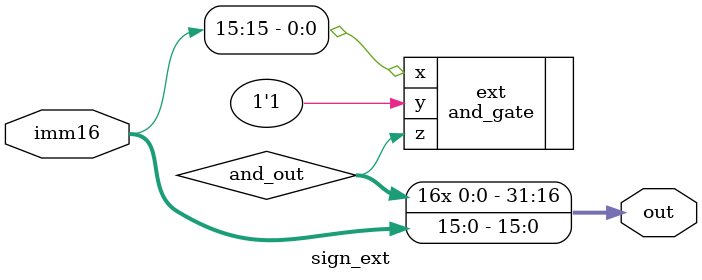
<source format=v>
module sign_ext(imm16, out);
    input [15:0] imm16;
    output wire [31:0] out;
    
    wire and_out;
    
    and_gate ext(.x(imm16[15]), .y(1'b1), .z(and_out)); 
    
    assign out[15:0] = imm16[15:0];
   assign out[16] = and_out;
   assign  out[17] = and_out;
   assign  out[18] = and_out;
   assign  out[19] = and_out;
   assign  out[20] = and_out;
   assign  out[21] = and_out;
   assign  out[22] = and_out;
   assign  out[23] = and_out;
   assign  out[24] = and_out;
   assign  out[25] = and_out;
   assign  out[26] = and_out;
   assign  out[27] = and_out;
   assign  out[28] = and_out;
   assign  out[29] = and_out;
   assign  out[30] = and_out;
   assign  out[31] = and_out;

endmodule
    

</source>
